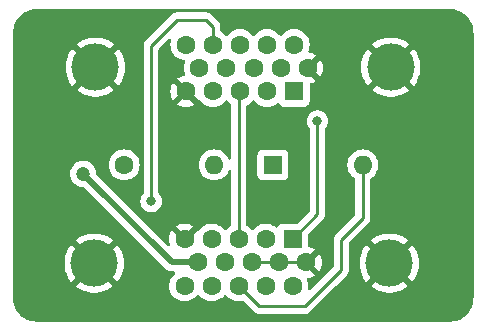
<source format=gtl>
G04 #@! TF.GenerationSoftware,KiCad,Pcbnew,(6.0.2)*
G04 #@! TF.CreationDate,2022-07-31T16:50:56-06:00*
G04 #@! TF.ProjectId,ypbprSync_MiSTer,79706270-7253-4796-9e63-5f4d69535465,rev?*
G04 #@! TF.SameCoordinates,Original*
G04 #@! TF.FileFunction,Copper,L1,Top*
G04 #@! TF.FilePolarity,Positive*
%FSLAX46Y46*%
G04 Gerber Fmt 4.6, Leading zero omitted, Abs format (unit mm)*
G04 Created by KiCad (PCBNEW (6.0.2)) date 2022-07-31 16:50:56*
%MOMM*%
%LPD*%
G01*
G04 APERTURE LIST*
G04 #@! TA.AperFunction,ComponentPad*
%ADD10C,4.000000*%
G04 #@! TD*
G04 #@! TA.AperFunction,ComponentPad*
%ADD11R,1.600000X1.600000*%
G04 #@! TD*
G04 #@! TA.AperFunction,ComponentPad*
%ADD12C,1.600000*%
G04 #@! TD*
G04 #@! TA.AperFunction,ComponentPad*
%ADD13O,1.600000X1.600000*%
G04 #@! TD*
G04 #@! TA.AperFunction,ViaPad*
%ADD14C,0.800000*%
G04 #@! TD*
G04 #@! TA.AperFunction,ViaPad*
%ADD15C,1.200000*%
G04 #@! TD*
G04 #@! TA.AperFunction,Conductor*
%ADD16C,0.250000*%
G04 #@! TD*
G04 #@! TA.AperFunction,Conductor*
%ADD17C,0.500000*%
G04 #@! TD*
G04 APERTURE END LIST*
D10*
X157485000Y-80450000D03*
X132485000Y-80450000D03*
D11*
X149300000Y-82500000D03*
D12*
X147010000Y-82500000D03*
X144720000Y-82500000D03*
X142430000Y-82500000D03*
X140140000Y-82500000D03*
X150445000Y-80520000D03*
X148155000Y-80520000D03*
X145865000Y-80520000D03*
X143575000Y-80520000D03*
X141285000Y-80520000D03*
X149300000Y-78540000D03*
X147010000Y-78540000D03*
X144720000Y-78540000D03*
X142430000Y-78540000D03*
X140140000Y-78540000D03*
D10*
X157376000Y-97050000D03*
X132376000Y-97050000D03*
D11*
X149191000Y-95000000D03*
D12*
X146901000Y-95000000D03*
X144611000Y-95000000D03*
X142321000Y-95000000D03*
X140031000Y-95000000D03*
X150336000Y-96980000D03*
X148046000Y-96980000D03*
X145756000Y-96980000D03*
X143466000Y-96980000D03*
X141176000Y-96980000D03*
X149191000Y-98960000D03*
X146901000Y-98960000D03*
X144611000Y-98960000D03*
X142321000Y-98960000D03*
X140031000Y-98960000D03*
X134918248Y-88720574D03*
D13*
X142538248Y-88720574D03*
D11*
X147509652Y-88728248D03*
D13*
X155129652Y-88728248D03*
D14*
X137202323Y-91808254D03*
D15*
X131443228Y-89488229D03*
D14*
X151271751Y-85018770D03*
D16*
X151273738Y-92917262D02*
X149191000Y-95000000D01*
X151271751Y-85018770D02*
X151273738Y-85020757D01*
X151273738Y-85020757D02*
X151273738Y-92917262D01*
X157415000Y-80520000D02*
X157485000Y-80450000D01*
X155129652Y-88857900D02*
X155000000Y-88728248D01*
X153296086Y-95043503D02*
X155129652Y-93209937D01*
X153296086Y-97613727D02*
X153296086Y-95043503D01*
X146358092Y-100707092D02*
X150202721Y-100707092D01*
X150202721Y-100707092D02*
X153296086Y-97613727D01*
X144611000Y-98960000D02*
X146358092Y-100707092D01*
X155129652Y-93209937D02*
X155129652Y-88857900D01*
X142430000Y-77014622D02*
X142430000Y-78540000D01*
X141861143Y-76445765D02*
X142430000Y-77014622D01*
X139404647Y-76445765D02*
X141861143Y-76445765D01*
X137186976Y-78663436D02*
X139404647Y-76445765D01*
X137186976Y-91792907D02*
X137186976Y-78663436D01*
X137202323Y-91808254D02*
X137186976Y-91792907D01*
X145756000Y-96980000D02*
X148046000Y-96980000D01*
X150336000Y-96980000D02*
X148046000Y-96980000D01*
D17*
X138934999Y-96980000D02*
X131443228Y-89488229D01*
X141176000Y-96980000D02*
X138934999Y-96980000D01*
D16*
X144611000Y-82609000D02*
X144720000Y-82500000D01*
X144611000Y-95000000D02*
X144611000Y-82609000D01*
X150406000Y-97050000D02*
X150336000Y-96980000D01*
G04 #@! TA.AperFunction,Conductor*
G36*
X162470057Y-75509500D02*
G01*
X162484858Y-75511805D01*
X162484861Y-75511805D01*
X162493730Y-75513186D01*
X162509999Y-75511059D01*
X162534567Y-75510266D01*
X162751766Y-75524502D01*
X162768106Y-75526653D01*
X162887788Y-75550459D01*
X163007473Y-75574266D01*
X163023383Y-75578529D01*
X163254484Y-75656977D01*
X163269710Y-75663284D01*
X163488592Y-75771224D01*
X163502866Y-75779465D01*
X163705783Y-75915050D01*
X163718858Y-75925083D01*
X163902347Y-76085998D01*
X163914002Y-76097653D01*
X164074917Y-76281142D01*
X164084950Y-76294217D01*
X164220535Y-76497134D01*
X164228776Y-76511408D01*
X164336716Y-76730290D01*
X164343022Y-76745514D01*
X164421471Y-76976617D01*
X164425734Y-76992527D01*
X164445171Y-77090240D01*
X164473347Y-77231894D01*
X164475498Y-77248234D01*
X164489264Y-77458268D01*
X164488239Y-77481304D01*
X164488196Y-77484854D01*
X164486814Y-77493730D01*
X164488638Y-77507678D01*
X164490936Y-77525251D01*
X164492000Y-77541589D01*
X164492000Y-99950672D01*
X164490500Y-99970056D01*
X164486814Y-99993730D01*
X164488941Y-100009999D01*
X164489734Y-100034567D01*
X164475498Y-100251766D01*
X164473347Y-100268106D01*
X164425735Y-100507470D01*
X164421471Y-100523383D01*
X164386550Y-100626257D01*
X164343023Y-100754484D01*
X164336716Y-100769710D01*
X164228776Y-100988592D01*
X164220535Y-101002866D01*
X164084950Y-101205783D01*
X164074917Y-101218858D01*
X163914002Y-101402347D01*
X163902347Y-101414002D01*
X163718858Y-101574917D01*
X163705783Y-101584950D01*
X163502866Y-101720535D01*
X163488592Y-101728776D01*
X163269710Y-101836716D01*
X163254486Y-101843022D01*
X163023383Y-101921471D01*
X163007473Y-101925734D01*
X162887788Y-101949541D01*
X162768106Y-101973347D01*
X162751766Y-101975498D01*
X162541732Y-101989264D01*
X162518696Y-101988239D01*
X162515146Y-101988196D01*
X162506270Y-101986814D01*
X162477762Y-101990542D01*
X162474749Y-101990936D01*
X162458411Y-101992000D01*
X127549328Y-101992000D01*
X127529943Y-101990500D01*
X127515142Y-101988195D01*
X127515139Y-101988195D01*
X127506270Y-101986814D01*
X127490001Y-101988941D01*
X127465433Y-101989734D01*
X127248234Y-101975498D01*
X127231894Y-101973347D01*
X127112212Y-101949541D01*
X126992527Y-101925734D01*
X126976617Y-101921471D01*
X126745514Y-101843022D01*
X126730290Y-101836716D01*
X126511408Y-101728776D01*
X126497134Y-101720535D01*
X126294217Y-101584950D01*
X126281142Y-101574917D01*
X126097653Y-101414002D01*
X126085998Y-101402347D01*
X125925083Y-101218858D01*
X125915050Y-101205783D01*
X125779465Y-101002866D01*
X125771224Y-100988592D01*
X125663284Y-100769710D01*
X125656977Y-100754484D01*
X125613450Y-100626257D01*
X125578529Y-100523383D01*
X125574265Y-100507470D01*
X125526653Y-100268106D01*
X125524502Y-100251766D01*
X125510974Y-100045376D01*
X125512147Y-100022218D01*
X125511829Y-100022189D01*
X125512264Y-100017333D01*
X125513071Y-100012539D01*
X125513224Y-100000000D01*
X125509273Y-99972412D01*
X125508000Y-99954549D01*
X125508000Y-98995987D01*
X130794721Y-98995987D01*
X130803548Y-99007605D01*
X131026281Y-99169430D01*
X131032961Y-99173670D01*
X131302572Y-99321890D01*
X131309707Y-99325247D01*
X131595770Y-99438508D01*
X131603296Y-99440953D01*
X131901279Y-99517462D01*
X131909050Y-99518945D01*
X132214278Y-99557503D01*
X132222169Y-99558000D01*
X132529831Y-99558000D01*
X132537722Y-99557503D01*
X132842950Y-99518945D01*
X132850721Y-99517462D01*
X133148704Y-99440953D01*
X133156230Y-99438508D01*
X133442293Y-99325247D01*
X133449428Y-99321890D01*
X133719039Y-99173670D01*
X133725719Y-99169430D01*
X133948823Y-99007336D01*
X133957246Y-98996413D01*
X133950342Y-98983552D01*
X132388812Y-97422022D01*
X132374868Y-97414408D01*
X132373035Y-97414539D01*
X132366420Y-97418790D01*
X130801334Y-98983876D01*
X130794721Y-98995987D01*
X125508000Y-98995987D01*
X125508000Y-97053958D01*
X129863290Y-97053958D01*
X129882607Y-97360994D01*
X129883600Y-97368855D01*
X129941246Y-97671046D01*
X129943217Y-97678723D01*
X130038284Y-97971309D01*
X130041199Y-97978672D01*
X130172189Y-98257041D01*
X130176001Y-98263974D01*
X130340851Y-98523736D01*
X130345495Y-98530129D01*
X130420497Y-98620790D01*
X130433014Y-98629245D01*
X130443752Y-98623038D01*
X132003978Y-97062812D01*
X132010356Y-97051132D01*
X132740408Y-97051132D01*
X132740539Y-97052965D01*
X132744790Y-97059580D01*
X134307145Y-98621935D01*
X134320407Y-98629177D01*
X134330512Y-98621988D01*
X134406505Y-98530129D01*
X134411149Y-98523736D01*
X134575999Y-98263974D01*
X134579811Y-98257041D01*
X134710801Y-97978672D01*
X134713716Y-97971309D01*
X134808783Y-97678723D01*
X134810754Y-97671046D01*
X134868400Y-97368855D01*
X134869393Y-97360994D01*
X134888710Y-97053958D01*
X134888710Y-97046042D01*
X134869393Y-96739006D01*
X134868400Y-96731145D01*
X134810754Y-96428954D01*
X134808783Y-96421277D01*
X134713716Y-96128691D01*
X134710801Y-96121328D01*
X134579811Y-95842959D01*
X134575999Y-95836026D01*
X134411149Y-95576264D01*
X134406505Y-95569871D01*
X134331503Y-95479210D01*
X134318986Y-95470755D01*
X134308248Y-95476962D01*
X132748022Y-97037188D01*
X132740408Y-97051132D01*
X132010356Y-97051132D01*
X132011592Y-97048868D01*
X132011461Y-97047035D01*
X132007210Y-97040420D01*
X130444855Y-95478065D01*
X130431593Y-95470823D01*
X130421488Y-95478012D01*
X130345495Y-95569871D01*
X130340851Y-95576264D01*
X130176001Y-95836026D01*
X130172189Y-95842959D01*
X130041199Y-96121328D01*
X130038284Y-96128691D01*
X129943217Y-96421277D01*
X129941246Y-96428954D01*
X129883600Y-96731145D01*
X129882607Y-96739006D01*
X129863290Y-97046042D01*
X129863290Y-97053958D01*
X125508000Y-97053958D01*
X125508000Y-95103587D01*
X130794754Y-95103587D01*
X130801658Y-95116448D01*
X132363188Y-96677978D01*
X132377132Y-96685592D01*
X132378965Y-96685461D01*
X132385580Y-96681210D01*
X133950666Y-95116124D01*
X133957279Y-95104013D01*
X133948452Y-95092395D01*
X133725719Y-94930570D01*
X133719039Y-94926330D01*
X133449428Y-94778110D01*
X133442293Y-94774753D01*
X133156230Y-94661492D01*
X133148704Y-94659047D01*
X132850721Y-94582538D01*
X132842950Y-94581055D01*
X132537722Y-94542497D01*
X132529831Y-94542000D01*
X132222169Y-94542000D01*
X132214278Y-94542497D01*
X131909050Y-94581055D01*
X131901279Y-94582538D01*
X131603296Y-94659047D01*
X131595770Y-94661492D01*
X131309707Y-94774753D01*
X131302572Y-94778110D01*
X131032961Y-94926330D01*
X131026281Y-94930570D01*
X130803177Y-95092664D01*
X130794754Y-95103587D01*
X125508000Y-95103587D01*
X125508000Y-89459088D01*
X130330360Y-89459088D01*
X130343685Y-89662380D01*
X130393833Y-89859839D01*
X130479126Y-90044853D01*
X130596707Y-90211226D01*
X130742638Y-90353386D01*
X130747434Y-90356591D01*
X130747437Y-90356593D01*
X130885492Y-90448838D01*
X130912031Y-90466571D01*
X130917334Y-90468849D01*
X130917337Y-90468851D01*
X131093908Y-90544712D01*
X131099215Y-90546992D01*
X131172045Y-90563472D01*
X131292283Y-90590679D01*
X131292288Y-90590680D01*
X131297920Y-90591954D01*
X131303691Y-90592181D01*
X131303693Y-90592181D01*
X131432208Y-90597230D01*
X131499491Y-90619891D01*
X131516356Y-90634038D01*
X138351229Y-97468911D01*
X138363615Y-97483323D01*
X138372148Y-97494918D01*
X138372153Y-97494923D01*
X138376491Y-97500818D01*
X138382069Y-97505557D01*
X138382072Y-97505560D01*
X138416767Y-97535035D01*
X138424283Y-97541965D01*
X138429978Y-97547660D01*
X138432860Y-97549940D01*
X138452250Y-97565281D01*
X138455654Y-97568072D01*
X138505702Y-97610591D01*
X138511284Y-97615333D01*
X138517800Y-97618661D01*
X138522849Y-97622028D01*
X138527978Y-97625195D01*
X138533715Y-97629734D01*
X138599874Y-97660655D01*
X138603768Y-97662558D01*
X138668807Y-97695769D01*
X138675915Y-97697508D01*
X138681558Y-97699607D01*
X138687321Y-97701524D01*
X138693949Y-97704622D01*
X138701111Y-97706112D01*
X138701112Y-97706112D01*
X138765411Y-97719486D01*
X138769695Y-97720456D01*
X138840609Y-97737808D01*
X138846211Y-97738156D01*
X138846214Y-97738156D01*
X138851763Y-97738500D01*
X138851761Y-97738536D01*
X138855754Y-97738775D01*
X138859946Y-97739149D01*
X138867114Y-97740640D01*
X138944519Y-97738546D01*
X138947927Y-97738500D01*
X139097852Y-97738500D01*
X139165973Y-97758502D01*
X139212466Y-97812158D01*
X139222570Y-97882432D01*
X139193076Y-97947012D01*
X139186439Y-97953541D01*
X139186700Y-97953802D01*
X139024802Y-98115700D01*
X138893477Y-98303251D01*
X138891154Y-98308233D01*
X138891151Y-98308238D01*
X138821730Y-98457114D01*
X138796716Y-98510757D01*
X138795294Y-98516065D01*
X138795293Y-98516067D01*
X138766630Y-98623038D01*
X138737457Y-98731913D01*
X138717502Y-98960000D01*
X138737457Y-99188087D01*
X138738881Y-99193400D01*
X138738881Y-99193402D01*
X138782396Y-99355799D01*
X138796716Y-99409243D01*
X138799039Y-99414224D01*
X138799039Y-99414225D01*
X138891151Y-99611762D01*
X138891154Y-99611767D01*
X138893477Y-99616749D01*
X139024802Y-99804300D01*
X139186700Y-99966198D01*
X139191208Y-99969355D01*
X139191211Y-99969357D01*
X139234880Y-99999934D01*
X139374251Y-100097523D01*
X139379233Y-100099846D01*
X139379238Y-100099849D01*
X139576775Y-100191961D01*
X139581757Y-100194284D01*
X139587065Y-100195706D01*
X139587067Y-100195707D01*
X139797598Y-100252119D01*
X139797600Y-100252119D01*
X139802913Y-100253543D01*
X140031000Y-100273498D01*
X140259087Y-100253543D01*
X140264400Y-100252119D01*
X140264402Y-100252119D01*
X140474933Y-100195707D01*
X140474935Y-100195706D01*
X140480243Y-100194284D01*
X140485225Y-100191961D01*
X140682762Y-100099849D01*
X140682767Y-100099846D01*
X140687749Y-100097523D01*
X140827120Y-99999934D01*
X140870789Y-99969357D01*
X140870792Y-99969355D01*
X140875300Y-99966198D01*
X141037198Y-99804300D01*
X141072787Y-99753474D01*
X141128244Y-99709146D01*
X141198864Y-99701837D01*
X141262224Y-99733868D01*
X141279213Y-99753474D01*
X141314802Y-99804300D01*
X141476700Y-99966198D01*
X141481208Y-99969355D01*
X141481211Y-99969357D01*
X141524880Y-99999934D01*
X141664251Y-100097523D01*
X141669233Y-100099846D01*
X141669238Y-100099849D01*
X141866775Y-100191961D01*
X141871757Y-100194284D01*
X141877065Y-100195706D01*
X141877067Y-100195707D01*
X142087598Y-100252119D01*
X142087600Y-100252119D01*
X142092913Y-100253543D01*
X142321000Y-100273498D01*
X142549087Y-100253543D01*
X142554400Y-100252119D01*
X142554402Y-100252119D01*
X142764933Y-100195707D01*
X142764935Y-100195706D01*
X142770243Y-100194284D01*
X142775225Y-100191961D01*
X142972762Y-100099849D01*
X142972767Y-100099846D01*
X142977749Y-100097523D01*
X143117120Y-99999934D01*
X143160789Y-99969357D01*
X143160792Y-99969355D01*
X143165300Y-99966198D01*
X143327198Y-99804300D01*
X143362787Y-99753474D01*
X143418244Y-99709146D01*
X143488864Y-99701837D01*
X143552224Y-99733868D01*
X143569213Y-99753474D01*
X143604802Y-99804300D01*
X143766700Y-99966198D01*
X143771208Y-99969355D01*
X143771211Y-99969357D01*
X143814880Y-99999934D01*
X143954251Y-100097523D01*
X143959233Y-100099846D01*
X143959238Y-100099849D01*
X144156775Y-100191961D01*
X144161757Y-100194284D01*
X144167065Y-100195706D01*
X144167067Y-100195707D01*
X144377598Y-100252119D01*
X144377600Y-100252119D01*
X144382913Y-100253543D01*
X144611000Y-100273498D01*
X144839087Y-100253543D01*
X144844398Y-100252120D01*
X144844409Y-100252118D01*
X144902541Y-100236541D01*
X144973517Y-100238230D01*
X145024248Y-100269152D01*
X145854435Y-101099339D01*
X145861979Y-101107629D01*
X145866092Y-101114110D01*
X145871869Y-101119535D01*
X145915759Y-101160750D01*
X145918601Y-101163505D01*
X145938322Y-101183226D01*
X145941517Y-101185704D01*
X145950539Y-101193410D01*
X145982771Y-101223678D01*
X145989720Y-101227498D01*
X146000524Y-101233438D01*
X146017048Y-101244291D01*
X146033051Y-101256705D01*
X146073635Y-101274268D01*
X146084265Y-101279475D01*
X146123032Y-101300787D01*
X146130709Y-101302758D01*
X146130714Y-101302760D01*
X146142650Y-101305824D01*
X146161358Y-101312229D01*
X146179947Y-101320273D01*
X146187775Y-101321513D01*
X146187782Y-101321515D01*
X146223616Y-101327191D01*
X146235236Y-101329597D01*
X146267051Y-101337765D01*
X146278062Y-101340592D01*
X146298316Y-101340592D01*
X146318026Y-101342143D01*
X146338035Y-101345312D01*
X146345927Y-101344566D01*
X146364672Y-101342794D01*
X146382054Y-101341151D01*
X146393911Y-101340592D01*
X150123954Y-101340592D01*
X150135137Y-101341119D01*
X150142630Y-101342794D01*
X150150556Y-101342545D01*
X150150557Y-101342545D01*
X150210707Y-101340654D01*
X150214666Y-101340592D01*
X150242577Y-101340592D01*
X150246512Y-101340095D01*
X150246577Y-101340087D01*
X150258414Y-101339154D01*
X150290672Y-101338140D01*
X150294691Y-101338014D01*
X150302610Y-101337765D01*
X150322064Y-101332113D01*
X150341421Y-101328105D01*
X150353651Y-101326560D01*
X150353652Y-101326560D01*
X150361518Y-101325566D01*
X150368889Y-101322647D01*
X150368891Y-101322647D01*
X150402633Y-101309288D01*
X150413863Y-101305443D01*
X150448704Y-101295321D01*
X150448705Y-101295321D01*
X150456314Y-101293110D01*
X150463133Y-101289077D01*
X150463138Y-101289075D01*
X150473749Y-101282799D01*
X150491497Y-101274104D01*
X150510338Y-101266644D01*
X150530708Y-101251845D01*
X150546108Y-101240656D01*
X150556028Y-101234140D01*
X150587256Y-101215672D01*
X150587259Y-101215670D01*
X150594083Y-101211634D01*
X150608404Y-101197313D01*
X150623438Y-101184472D01*
X150625153Y-101183226D01*
X150639828Y-101172564D01*
X150668019Y-101138487D01*
X150676009Y-101129708D01*
X152809731Y-98995987D01*
X155794721Y-98995987D01*
X155803548Y-99007605D01*
X156026281Y-99169430D01*
X156032961Y-99173670D01*
X156302572Y-99321890D01*
X156309707Y-99325247D01*
X156595770Y-99438508D01*
X156603296Y-99440953D01*
X156901279Y-99517462D01*
X156909050Y-99518945D01*
X157214278Y-99557503D01*
X157222169Y-99558000D01*
X157529831Y-99558000D01*
X157537722Y-99557503D01*
X157842950Y-99518945D01*
X157850721Y-99517462D01*
X158148704Y-99440953D01*
X158156230Y-99438508D01*
X158442293Y-99325247D01*
X158449428Y-99321890D01*
X158719039Y-99173670D01*
X158725719Y-99169430D01*
X158948823Y-99007336D01*
X158957246Y-98996413D01*
X158950342Y-98983552D01*
X157388812Y-97422022D01*
X157374868Y-97414408D01*
X157373035Y-97414539D01*
X157366420Y-97418790D01*
X155801334Y-98983876D01*
X155794721Y-98995987D01*
X152809731Y-98995987D01*
X153688339Y-98117379D01*
X153696625Y-98109839D01*
X153703104Y-98105727D01*
X153749730Y-98056075D01*
X153752484Y-98053234D01*
X153772221Y-98033497D01*
X153774701Y-98030300D01*
X153782406Y-98021278D01*
X153807245Y-97994827D01*
X153812672Y-97989048D01*
X153816491Y-97982102D01*
X153816493Y-97982099D01*
X153822434Y-97971293D01*
X153833285Y-97954774D01*
X153834241Y-97953541D01*
X153845700Y-97938768D01*
X153848845Y-97931499D01*
X153848848Y-97931495D01*
X153863260Y-97898190D01*
X153868477Y-97887540D01*
X153889781Y-97848787D01*
X153894819Y-97829164D01*
X153901223Y-97810461D01*
X153906119Y-97799147D01*
X153906119Y-97799146D01*
X153909267Y-97791872D01*
X153910506Y-97784049D01*
X153910509Y-97784039D01*
X153916185Y-97748203D01*
X153918591Y-97736583D01*
X153927614Y-97701438D01*
X153927614Y-97701437D01*
X153929586Y-97693757D01*
X153929586Y-97673503D01*
X153931137Y-97653792D01*
X153933066Y-97641613D01*
X153934306Y-97633784D01*
X153930145Y-97589765D01*
X153929586Y-97577908D01*
X153929586Y-97053958D01*
X154863290Y-97053958D01*
X154882607Y-97360994D01*
X154883600Y-97368855D01*
X154941246Y-97671046D01*
X154943217Y-97678723D01*
X155038284Y-97971309D01*
X155041199Y-97978672D01*
X155172189Y-98257041D01*
X155176001Y-98263974D01*
X155340851Y-98523736D01*
X155345495Y-98530129D01*
X155420497Y-98620790D01*
X155433014Y-98629245D01*
X155443752Y-98623038D01*
X157003978Y-97062812D01*
X157010356Y-97051132D01*
X157740408Y-97051132D01*
X157740539Y-97052965D01*
X157744790Y-97059580D01*
X159307145Y-98621935D01*
X159320407Y-98629177D01*
X159330512Y-98621988D01*
X159406505Y-98530129D01*
X159411149Y-98523736D01*
X159575999Y-98263974D01*
X159579811Y-98257041D01*
X159710801Y-97978672D01*
X159713716Y-97971309D01*
X159808783Y-97678723D01*
X159810754Y-97671046D01*
X159868400Y-97368855D01*
X159869393Y-97360994D01*
X159888710Y-97053958D01*
X159888710Y-97046042D01*
X159869393Y-96739006D01*
X159868400Y-96731145D01*
X159810754Y-96428954D01*
X159808783Y-96421277D01*
X159713716Y-96128691D01*
X159710801Y-96121328D01*
X159579811Y-95842959D01*
X159575999Y-95836026D01*
X159411149Y-95576264D01*
X159406505Y-95569871D01*
X159331503Y-95479210D01*
X159318986Y-95470755D01*
X159308248Y-95476962D01*
X157748022Y-97037188D01*
X157740408Y-97051132D01*
X157010356Y-97051132D01*
X157011592Y-97048868D01*
X157011461Y-97047035D01*
X157007210Y-97040420D01*
X155444855Y-95478065D01*
X155431593Y-95470823D01*
X155421488Y-95478012D01*
X155345495Y-95569871D01*
X155340851Y-95576264D01*
X155176001Y-95836026D01*
X155172189Y-95842959D01*
X155041199Y-96121328D01*
X155038284Y-96128691D01*
X154943217Y-96421277D01*
X154941246Y-96428954D01*
X154883600Y-96731145D01*
X154882607Y-96739006D01*
X154863290Y-97046042D01*
X154863290Y-97053958D01*
X153929586Y-97053958D01*
X153929586Y-95358097D01*
X153949588Y-95289976D01*
X153966491Y-95269002D01*
X154131906Y-95103587D01*
X155794754Y-95103587D01*
X155801658Y-95116448D01*
X157363188Y-96677978D01*
X157377132Y-96685592D01*
X157378965Y-96685461D01*
X157385580Y-96681210D01*
X158950666Y-95116124D01*
X158957279Y-95104013D01*
X158948452Y-95092395D01*
X158725719Y-94930570D01*
X158719039Y-94926330D01*
X158449428Y-94778110D01*
X158442293Y-94774753D01*
X158156230Y-94661492D01*
X158148704Y-94659047D01*
X157850721Y-94582538D01*
X157842950Y-94581055D01*
X157537722Y-94542497D01*
X157529831Y-94542000D01*
X157222169Y-94542000D01*
X157214278Y-94542497D01*
X156909050Y-94581055D01*
X156901279Y-94582538D01*
X156603296Y-94659047D01*
X156595770Y-94661492D01*
X156309707Y-94774753D01*
X156302572Y-94778110D01*
X156032961Y-94926330D01*
X156026281Y-94930570D01*
X155803177Y-95092664D01*
X155794754Y-95103587D01*
X154131906Y-95103587D01*
X155521905Y-93713589D01*
X155530191Y-93706049D01*
X155536670Y-93701937D01*
X155549175Y-93688621D01*
X155583295Y-93652286D01*
X155586050Y-93649444D01*
X155605787Y-93629707D01*
X155608267Y-93626510D01*
X155615972Y-93617488D01*
X155640811Y-93591037D01*
X155646238Y-93585258D01*
X155650057Y-93578312D01*
X155650059Y-93578309D01*
X155656000Y-93567503D01*
X155666851Y-93550984D01*
X155674410Y-93541238D01*
X155679266Y-93534978D01*
X155682411Y-93527709D01*
X155682414Y-93527705D01*
X155696826Y-93494400D01*
X155702043Y-93483750D01*
X155723347Y-93444997D01*
X155728385Y-93425374D01*
X155734789Y-93406671D01*
X155739685Y-93395357D01*
X155739685Y-93395356D01*
X155742833Y-93388082D01*
X155744072Y-93380259D01*
X155744075Y-93380249D01*
X155749751Y-93344413D01*
X155752157Y-93332793D01*
X155761180Y-93297648D01*
X155761180Y-93297647D01*
X155763152Y-93289967D01*
X155763152Y-93269713D01*
X155764703Y-93250002D01*
X155766632Y-93237823D01*
X155767872Y-93229994D01*
X155763711Y-93185975D01*
X155763152Y-93174118D01*
X155763152Y-89947642D01*
X155783154Y-89879521D01*
X155816881Y-89844429D01*
X155969441Y-89737605D01*
X155969444Y-89737603D01*
X155973952Y-89734446D01*
X156135850Y-89572548D01*
X156141059Y-89565110D01*
X156264018Y-89389505D01*
X156267175Y-89384997D01*
X156269498Y-89380015D01*
X156269501Y-89380010D01*
X156361613Y-89182473D01*
X156361613Y-89182472D01*
X156363936Y-89177491D01*
X156394827Y-89062207D01*
X156421771Y-88961650D01*
X156421771Y-88961648D01*
X156423195Y-88956335D01*
X156443150Y-88728248D01*
X156423195Y-88500161D01*
X156399817Y-88412913D01*
X156365359Y-88284315D01*
X156365358Y-88284313D01*
X156363936Y-88279005D01*
X156360358Y-88271331D01*
X156269501Y-88076486D01*
X156269498Y-88076481D01*
X156267175Y-88071499D01*
X156135850Y-87883948D01*
X155973952Y-87722050D01*
X155969444Y-87718893D01*
X155969441Y-87718891D01*
X155891263Y-87664150D01*
X155786401Y-87590725D01*
X155781419Y-87588402D01*
X155781414Y-87588399D01*
X155583877Y-87496287D01*
X155583876Y-87496287D01*
X155578895Y-87493964D01*
X155573587Y-87492542D01*
X155573585Y-87492541D01*
X155363054Y-87436129D01*
X155363052Y-87436129D01*
X155357739Y-87434705D01*
X155129652Y-87414750D01*
X154901565Y-87434705D01*
X154896252Y-87436129D01*
X154896250Y-87436129D01*
X154685719Y-87492541D01*
X154685717Y-87492542D01*
X154680409Y-87493964D01*
X154675428Y-87496287D01*
X154675427Y-87496287D01*
X154477890Y-87588399D01*
X154477885Y-87588402D01*
X154472903Y-87590725D01*
X154368041Y-87664150D01*
X154289863Y-87718891D01*
X154289860Y-87718893D01*
X154285352Y-87722050D01*
X154123454Y-87883948D01*
X153992129Y-88071499D01*
X153989806Y-88076481D01*
X153989803Y-88076486D01*
X153898946Y-88271331D01*
X153895368Y-88279005D01*
X153893946Y-88284313D01*
X153893945Y-88284315D01*
X153859487Y-88412913D01*
X153836109Y-88500161D01*
X153816154Y-88728248D01*
X153836109Y-88956335D01*
X153837533Y-88961648D01*
X153837533Y-88961650D01*
X153864478Y-89062207D01*
X153895368Y-89177491D01*
X153897691Y-89182472D01*
X153897691Y-89182473D01*
X153989803Y-89380010D01*
X153989806Y-89380015D01*
X153992129Y-89384997D01*
X153995286Y-89389505D01*
X154118246Y-89565110D01*
X154123454Y-89572548D01*
X154285352Y-89734446D01*
X154289860Y-89737603D01*
X154289863Y-89737605D01*
X154442423Y-89844429D01*
X154486751Y-89899886D01*
X154496152Y-89947642D01*
X154496152Y-92895343D01*
X154476150Y-92963464D01*
X154459247Y-92984438D01*
X153679391Y-93764293D01*
X152903833Y-94539851D01*
X152895547Y-94547391D01*
X152889068Y-94551503D01*
X152883643Y-94557280D01*
X152842443Y-94601154D01*
X152839688Y-94603996D01*
X152819951Y-94623733D01*
X152817471Y-94626930D01*
X152809768Y-94635950D01*
X152779500Y-94668182D01*
X152775681Y-94675128D01*
X152775679Y-94675131D01*
X152769738Y-94685937D01*
X152758887Y-94702456D01*
X152746472Y-94718462D01*
X152743327Y-94725731D01*
X152743324Y-94725735D01*
X152728912Y-94759040D01*
X152723695Y-94769690D01*
X152702391Y-94808443D01*
X152700420Y-94816118D01*
X152700420Y-94816119D01*
X152697353Y-94828065D01*
X152690949Y-94846769D01*
X152682905Y-94865358D01*
X152681666Y-94873181D01*
X152681663Y-94873191D01*
X152675987Y-94909027D01*
X152673581Y-94920647D01*
X152664558Y-94955792D01*
X152662586Y-94963473D01*
X152662586Y-94983727D01*
X152661035Y-95003437D01*
X152657866Y-95023446D01*
X152658612Y-95031338D01*
X152662027Y-95067464D01*
X152662586Y-95079322D01*
X152662586Y-97299133D01*
X152642584Y-97367254D01*
X152625681Y-97388228D01*
X150692135Y-99321773D01*
X150629823Y-99355799D01*
X150559007Y-99350734D01*
X150502172Y-99308187D01*
X150477361Y-99241667D01*
X150481333Y-99200067D01*
X150483119Y-99193402D01*
X150483119Y-99193400D01*
X150484543Y-99188087D01*
X150504498Y-98960000D01*
X150484543Y-98731913D01*
X150455370Y-98623038D01*
X150426707Y-98516067D01*
X150426706Y-98516065D01*
X150425284Y-98510757D01*
X150400270Y-98457114D01*
X150389609Y-98386922D01*
X150418589Y-98322109D01*
X150478009Y-98283253D01*
X150503484Y-98278343D01*
X150558520Y-98273528D01*
X150569312Y-98271625D01*
X150779761Y-98215236D01*
X150790053Y-98211490D01*
X150987511Y-98119414D01*
X150997006Y-98113931D01*
X151049048Y-98077491D01*
X151057424Y-98067012D01*
X151050356Y-98053566D01*
X150065885Y-97069095D01*
X150031859Y-97006783D01*
X150033694Y-96981132D01*
X150700408Y-96981132D01*
X150700539Y-96982965D01*
X150704790Y-96989580D01*
X151410287Y-97695077D01*
X151422062Y-97701507D01*
X151434077Y-97692211D01*
X151469931Y-97641006D01*
X151475414Y-97631511D01*
X151567490Y-97434053D01*
X151571236Y-97423761D01*
X151627625Y-97213312D01*
X151629528Y-97202519D01*
X151648517Y-96985475D01*
X151648517Y-96974525D01*
X151629528Y-96757481D01*
X151627625Y-96746688D01*
X151571236Y-96536239D01*
X151567490Y-96525947D01*
X151475414Y-96328489D01*
X151469931Y-96318994D01*
X151433491Y-96266952D01*
X151423012Y-96258576D01*
X151409566Y-96265644D01*
X150708022Y-96967188D01*
X150700408Y-96981132D01*
X150033694Y-96981132D01*
X150036924Y-96935968D01*
X150065885Y-96890905D01*
X151051077Y-95905713D01*
X151057507Y-95893938D01*
X151048211Y-95881923D01*
X150997006Y-95846069D01*
X150987511Y-95840586D01*
X150790053Y-95748510D01*
X150779761Y-95744764D01*
X150592889Y-95694692D01*
X150532266Y-95657740D01*
X150501245Y-95593880D01*
X150499500Y-95572985D01*
X150499500Y-94639594D01*
X150519502Y-94571473D01*
X150536405Y-94550499D01*
X151665985Y-93420919D01*
X151674275Y-93413375D01*
X151680756Y-93409262D01*
X151727397Y-93359594D01*
X151730151Y-93356753D01*
X151749872Y-93337032D01*
X151752350Y-93333837D01*
X151760056Y-93324815D01*
X151784896Y-93298363D01*
X151790324Y-93292583D01*
X151800084Y-93274830D01*
X151810937Y-93258307D01*
X151818491Y-93248568D01*
X151823351Y-93242303D01*
X151840914Y-93201719D01*
X151846121Y-93191089D01*
X151867433Y-93152322D01*
X151869404Y-93144645D01*
X151869406Y-93144640D01*
X151872470Y-93132704D01*
X151878876Y-93113992D01*
X151883771Y-93102681D01*
X151886919Y-93095407D01*
X151888159Y-93087579D01*
X151888161Y-93087572D01*
X151893837Y-93051738D01*
X151896243Y-93040118D01*
X151905266Y-93004973D01*
X151905266Y-93004972D01*
X151907238Y-92997292D01*
X151907238Y-92977038D01*
X151908789Y-92957327D01*
X151910718Y-92945148D01*
X151911958Y-92937319D01*
X151907797Y-92893300D01*
X151907238Y-92881443D01*
X151907238Y-85719088D01*
X151927240Y-85650967D01*
X151939602Y-85634777D01*
X152006372Y-85560622D01*
X152006373Y-85560621D01*
X152010791Y-85555714D01*
X152106278Y-85390326D01*
X152165293Y-85208698D01*
X152185255Y-85018770D01*
X152165293Y-84828842D01*
X152106278Y-84647214D01*
X152010791Y-84481826D01*
X151883004Y-84339904D01*
X151728503Y-84227652D01*
X151722475Y-84224968D01*
X151722473Y-84224967D01*
X151560070Y-84152661D01*
X151560069Y-84152661D01*
X151554039Y-84149976D01*
X151460638Y-84130123D01*
X151373695Y-84111642D01*
X151373690Y-84111642D01*
X151367238Y-84110270D01*
X151176264Y-84110270D01*
X151169812Y-84111642D01*
X151169807Y-84111642D01*
X151082864Y-84130123D01*
X150989463Y-84149976D01*
X150983433Y-84152661D01*
X150983432Y-84152661D01*
X150821029Y-84224967D01*
X150821027Y-84224968D01*
X150814999Y-84227652D01*
X150660498Y-84339904D01*
X150532711Y-84481826D01*
X150437224Y-84647214D01*
X150378209Y-84828842D01*
X150358247Y-85018770D01*
X150378209Y-85208698D01*
X150437224Y-85390326D01*
X150532711Y-85555714D01*
X150537129Y-85560621D01*
X150537130Y-85560622D01*
X150607874Y-85639191D01*
X150638592Y-85703198D01*
X150640238Y-85723501D01*
X150640238Y-92602667D01*
X150620236Y-92670788D01*
X150603333Y-92691762D01*
X149640500Y-93654595D01*
X149578188Y-93688621D01*
X149551405Y-93691500D01*
X148342866Y-93691500D01*
X148280684Y-93698255D01*
X148144295Y-93749385D01*
X148027739Y-93836739D01*
X147940385Y-93953295D01*
X147937779Y-93960245D01*
X147888074Y-94009839D01*
X147818683Y-94024853D01*
X147747460Y-93995962D01*
X147745300Y-93993802D01*
X147740789Y-93990643D01*
X147648059Y-93925713D01*
X147557749Y-93862477D01*
X147552767Y-93860154D01*
X147552762Y-93860151D01*
X147355225Y-93768039D01*
X147355224Y-93768039D01*
X147350243Y-93765716D01*
X147344935Y-93764294D01*
X147344933Y-93764293D01*
X147134402Y-93707881D01*
X147134400Y-93707881D01*
X147129087Y-93706457D01*
X146901000Y-93686502D01*
X146672913Y-93706457D01*
X146667600Y-93707881D01*
X146667598Y-93707881D01*
X146457067Y-93764293D01*
X146457065Y-93764294D01*
X146451757Y-93765716D01*
X146446776Y-93768039D01*
X146446775Y-93768039D01*
X146249238Y-93860151D01*
X146249233Y-93860154D01*
X146244251Y-93862477D01*
X146187080Y-93902509D01*
X146061211Y-93990643D01*
X146061208Y-93990645D01*
X146056700Y-93993802D01*
X145894802Y-94155700D01*
X145891645Y-94160208D01*
X145891643Y-94160211D01*
X145859213Y-94206526D01*
X145803756Y-94250854D01*
X145733136Y-94258163D01*
X145669776Y-94226132D01*
X145652787Y-94206526D01*
X145620357Y-94160211D01*
X145620355Y-94160208D01*
X145617198Y-94155700D01*
X145455300Y-93993802D01*
X145450792Y-93990645D01*
X145450789Y-93990643D01*
X145298229Y-93883819D01*
X145253901Y-93828362D01*
X145244500Y-93780606D01*
X145244500Y-89576382D01*
X146201152Y-89576382D01*
X146207907Y-89638564D01*
X146259037Y-89774953D01*
X146346391Y-89891509D01*
X146462947Y-89978863D01*
X146599336Y-90029993D01*
X146661518Y-90036748D01*
X148357786Y-90036748D01*
X148419968Y-90029993D01*
X148556357Y-89978863D01*
X148672913Y-89891509D01*
X148760267Y-89774953D01*
X148811397Y-89638564D01*
X148818152Y-89576382D01*
X148818152Y-87880114D01*
X148811397Y-87817932D01*
X148760267Y-87681543D01*
X148672913Y-87564987D01*
X148556357Y-87477633D01*
X148419968Y-87426503D01*
X148357786Y-87419748D01*
X146661518Y-87419748D01*
X146599336Y-87426503D01*
X146462947Y-87477633D01*
X146346391Y-87564987D01*
X146259037Y-87681543D01*
X146207907Y-87817932D01*
X146201152Y-87880114D01*
X146201152Y-89576382D01*
X145244500Y-89576382D01*
X145244500Y-83779462D01*
X145264502Y-83711341D01*
X145317251Y-83665267D01*
X145371765Y-83639847D01*
X145376749Y-83637523D01*
X145456124Y-83581944D01*
X145559789Y-83509357D01*
X145559792Y-83509355D01*
X145564300Y-83506198D01*
X145726198Y-83344300D01*
X145761787Y-83293474D01*
X145817244Y-83249146D01*
X145887864Y-83241837D01*
X145951224Y-83273868D01*
X145968213Y-83293474D01*
X146003802Y-83344300D01*
X146165700Y-83506198D01*
X146170208Y-83509355D01*
X146170211Y-83509357D01*
X146223550Y-83546705D01*
X146353251Y-83637523D01*
X146358233Y-83639846D01*
X146358238Y-83639849D01*
X146485499Y-83699191D01*
X146560757Y-83734284D01*
X146566065Y-83735706D01*
X146566067Y-83735707D01*
X146776598Y-83792119D01*
X146776600Y-83792119D01*
X146781913Y-83793543D01*
X147010000Y-83813498D01*
X147238087Y-83793543D01*
X147243400Y-83792119D01*
X147243402Y-83792119D01*
X147453933Y-83735707D01*
X147453935Y-83735706D01*
X147459243Y-83734284D01*
X147534501Y-83699191D01*
X147661762Y-83639849D01*
X147661767Y-83639846D01*
X147666749Y-83637523D01*
X147796450Y-83546705D01*
X147849796Y-83509352D01*
X147849798Y-83509350D01*
X147854300Y-83506198D01*
X147856496Y-83504002D01*
X147920856Y-83475831D01*
X147990961Y-83487044D01*
X148046796Y-83539800D01*
X148049385Y-83546705D01*
X148054769Y-83553888D01*
X148054769Y-83553889D01*
X148069516Y-83573566D01*
X148136739Y-83663261D01*
X148253295Y-83750615D01*
X148389684Y-83801745D01*
X148451866Y-83808500D01*
X150148134Y-83808500D01*
X150210316Y-83801745D01*
X150346705Y-83750615D01*
X150463261Y-83663261D01*
X150550615Y-83546705D01*
X150601745Y-83410316D01*
X150608500Y-83348134D01*
X150608500Y-82395987D01*
X155903721Y-82395987D01*
X155912548Y-82407605D01*
X156135281Y-82569430D01*
X156141961Y-82573670D01*
X156411572Y-82721890D01*
X156418707Y-82725247D01*
X156704770Y-82838508D01*
X156712296Y-82840953D01*
X157010279Y-82917462D01*
X157018050Y-82918945D01*
X157323278Y-82957503D01*
X157331169Y-82958000D01*
X157638831Y-82958000D01*
X157646722Y-82957503D01*
X157951950Y-82918945D01*
X157959721Y-82917462D01*
X158257704Y-82840953D01*
X158265230Y-82838508D01*
X158551293Y-82725247D01*
X158558428Y-82721890D01*
X158828039Y-82573670D01*
X158834719Y-82569430D01*
X159057823Y-82407336D01*
X159066246Y-82396413D01*
X159059342Y-82383552D01*
X157497812Y-80822022D01*
X157483868Y-80814408D01*
X157482035Y-80814539D01*
X157475420Y-80818790D01*
X155910334Y-82383876D01*
X155903721Y-82395987D01*
X150608500Y-82395987D01*
X150608500Y-81927015D01*
X150628502Y-81858894D01*
X150682158Y-81812401D01*
X150701889Y-81805308D01*
X150888761Y-81755236D01*
X150899053Y-81751490D01*
X151096511Y-81659414D01*
X151106006Y-81653931D01*
X151158048Y-81617491D01*
X151166424Y-81607012D01*
X151159356Y-81593566D01*
X150174885Y-80609095D01*
X150140859Y-80546783D01*
X150142694Y-80521132D01*
X150809408Y-80521132D01*
X150809539Y-80522965D01*
X150813790Y-80529580D01*
X151519287Y-81235077D01*
X151531062Y-81241507D01*
X151543077Y-81232211D01*
X151578931Y-81181006D01*
X151584414Y-81171511D01*
X151676490Y-80974053D01*
X151680236Y-80963761D01*
X151736625Y-80753312D01*
X151738528Y-80742519D01*
X151757517Y-80525475D01*
X151757517Y-80514525D01*
X151752218Y-80453958D01*
X154972290Y-80453958D01*
X154991607Y-80760994D01*
X154992600Y-80768855D01*
X155050246Y-81071046D01*
X155052217Y-81078723D01*
X155147284Y-81371309D01*
X155150199Y-81378672D01*
X155281189Y-81657041D01*
X155285001Y-81663974D01*
X155449851Y-81923736D01*
X155454495Y-81930129D01*
X155529497Y-82020790D01*
X155542014Y-82029245D01*
X155552752Y-82023038D01*
X157112978Y-80462812D01*
X157119356Y-80451132D01*
X157849408Y-80451132D01*
X157849539Y-80452965D01*
X157853790Y-80459580D01*
X159416145Y-82021935D01*
X159429407Y-82029177D01*
X159439512Y-82021988D01*
X159515505Y-81930129D01*
X159520149Y-81923736D01*
X159684999Y-81663974D01*
X159688811Y-81657041D01*
X159819801Y-81378672D01*
X159822716Y-81371309D01*
X159917783Y-81078723D01*
X159919754Y-81071046D01*
X159977400Y-80768855D01*
X159978393Y-80760994D01*
X159997710Y-80453958D01*
X159997710Y-80446042D01*
X159978393Y-80139006D01*
X159977400Y-80131145D01*
X159919754Y-79828954D01*
X159917783Y-79821277D01*
X159822716Y-79528691D01*
X159819801Y-79521328D01*
X159688811Y-79242959D01*
X159684999Y-79236026D01*
X159520149Y-78976264D01*
X159515505Y-78969871D01*
X159440503Y-78879210D01*
X159427986Y-78870755D01*
X159417248Y-78876962D01*
X157857022Y-80437188D01*
X157849408Y-80451132D01*
X157119356Y-80451132D01*
X157120592Y-80448868D01*
X157120461Y-80447035D01*
X157116210Y-80440420D01*
X155553855Y-78878065D01*
X155540593Y-78870823D01*
X155530488Y-78878012D01*
X155454495Y-78969871D01*
X155449851Y-78976264D01*
X155285001Y-79236026D01*
X155281189Y-79242959D01*
X155150199Y-79521328D01*
X155147284Y-79528691D01*
X155052217Y-79821277D01*
X155050246Y-79828954D01*
X154992600Y-80131145D01*
X154991607Y-80139006D01*
X154972290Y-80446042D01*
X154972290Y-80453958D01*
X151752218Y-80453958D01*
X151738528Y-80297481D01*
X151736625Y-80286688D01*
X151680236Y-80076239D01*
X151676490Y-80065947D01*
X151584414Y-79868489D01*
X151578931Y-79858994D01*
X151542491Y-79806952D01*
X151532012Y-79798576D01*
X151518566Y-79805644D01*
X150817022Y-80507188D01*
X150809408Y-80521132D01*
X150142694Y-80521132D01*
X150145924Y-80475968D01*
X150174885Y-80430905D01*
X151160077Y-79445713D01*
X151166507Y-79433938D01*
X151157211Y-79421923D01*
X151106006Y-79386069D01*
X151096511Y-79380586D01*
X150899053Y-79288510D01*
X150888761Y-79284764D01*
X150678312Y-79228375D01*
X150667520Y-79226472D01*
X150612484Y-79221657D01*
X150546366Y-79195794D01*
X150504726Y-79138291D01*
X150500785Y-79067403D01*
X150509270Y-79042886D01*
X150531961Y-78994225D01*
X150531961Y-78994224D01*
X150534284Y-78989243D01*
X150563768Y-78879210D01*
X150592119Y-78773402D01*
X150592119Y-78773400D01*
X150593543Y-78768087D01*
X150613498Y-78540000D01*
X150610312Y-78503587D01*
X155903754Y-78503587D01*
X155910658Y-78516448D01*
X157472188Y-80077978D01*
X157486132Y-80085592D01*
X157487965Y-80085461D01*
X157494580Y-80081210D01*
X159059666Y-78516124D01*
X159066279Y-78504013D01*
X159057452Y-78492395D01*
X158834719Y-78330570D01*
X158828039Y-78326330D01*
X158558428Y-78178110D01*
X158551293Y-78174753D01*
X158265230Y-78061492D01*
X158257704Y-78059047D01*
X157959721Y-77982538D01*
X157951950Y-77981055D01*
X157646722Y-77942497D01*
X157638831Y-77942000D01*
X157331169Y-77942000D01*
X157323278Y-77942497D01*
X157018050Y-77981055D01*
X157010279Y-77982538D01*
X156712296Y-78059047D01*
X156704770Y-78061492D01*
X156418707Y-78174753D01*
X156411572Y-78178110D01*
X156141961Y-78326330D01*
X156135281Y-78330570D01*
X155912177Y-78492664D01*
X155903754Y-78503587D01*
X150610312Y-78503587D01*
X150593543Y-78311913D01*
X150564427Y-78203251D01*
X150535707Y-78096067D01*
X150535706Y-78096065D01*
X150534284Y-78090757D01*
X150531961Y-78085775D01*
X150439849Y-77888238D01*
X150439846Y-77888233D01*
X150437523Y-77883251D01*
X150306198Y-77695700D01*
X150144300Y-77533802D01*
X150139792Y-77530645D01*
X150139789Y-77530643D01*
X150041572Y-77461871D01*
X149956749Y-77402477D01*
X149951767Y-77400154D01*
X149951762Y-77400151D01*
X149754225Y-77308039D01*
X149754224Y-77308039D01*
X149749243Y-77305716D01*
X149743935Y-77304294D01*
X149743933Y-77304293D01*
X149533402Y-77247881D01*
X149533400Y-77247881D01*
X149528087Y-77246457D01*
X149300000Y-77226502D01*
X149071913Y-77246457D01*
X149066600Y-77247881D01*
X149066598Y-77247881D01*
X148856067Y-77304293D01*
X148856065Y-77304294D01*
X148850757Y-77305716D01*
X148845776Y-77308039D01*
X148845775Y-77308039D01*
X148648238Y-77400151D01*
X148648233Y-77400154D01*
X148643251Y-77402477D01*
X148558428Y-77461871D01*
X148460211Y-77530643D01*
X148460208Y-77530645D01*
X148455700Y-77533802D01*
X148293802Y-77695700D01*
X148290645Y-77700208D01*
X148290643Y-77700211D01*
X148258213Y-77746526D01*
X148202756Y-77790854D01*
X148132136Y-77798163D01*
X148068776Y-77766132D01*
X148051787Y-77746526D01*
X148019357Y-77700211D01*
X148019355Y-77700208D01*
X148016198Y-77695700D01*
X147854300Y-77533802D01*
X147849792Y-77530645D01*
X147849789Y-77530643D01*
X147751572Y-77461871D01*
X147666749Y-77402477D01*
X147661767Y-77400154D01*
X147661762Y-77400151D01*
X147464225Y-77308039D01*
X147464224Y-77308039D01*
X147459243Y-77305716D01*
X147453935Y-77304294D01*
X147453933Y-77304293D01*
X147243402Y-77247881D01*
X147243400Y-77247881D01*
X147238087Y-77246457D01*
X147010000Y-77226502D01*
X146781913Y-77246457D01*
X146776600Y-77247881D01*
X146776598Y-77247881D01*
X146566067Y-77304293D01*
X146566065Y-77304294D01*
X146560757Y-77305716D01*
X146555776Y-77308039D01*
X146555775Y-77308039D01*
X146358238Y-77400151D01*
X146358233Y-77400154D01*
X146353251Y-77402477D01*
X146268428Y-77461871D01*
X146170211Y-77530643D01*
X146170208Y-77530645D01*
X146165700Y-77533802D01*
X146003802Y-77695700D01*
X146000645Y-77700208D01*
X146000643Y-77700211D01*
X145968213Y-77746526D01*
X145912756Y-77790854D01*
X145842136Y-77798163D01*
X145778776Y-77766132D01*
X145761787Y-77746526D01*
X145729357Y-77700211D01*
X145729355Y-77700208D01*
X145726198Y-77695700D01*
X145564300Y-77533802D01*
X145559792Y-77530645D01*
X145559789Y-77530643D01*
X145461572Y-77461871D01*
X145376749Y-77402477D01*
X145371767Y-77400154D01*
X145371762Y-77400151D01*
X145174225Y-77308039D01*
X145174224Y-77308039D01*
X145169243Y-77305716D01*
X145163935Y-77304294D01*
X145163933Y-77304293D01*
X144953402Y-77247881D01*
X144953400Y-77247881D01*
X144948087Y-77246457D01*
X144720000Y-77226502D01*
X144491913Y-77246457D01*
X144486600Y-77247881D01*
X144486598Y-77247881D01*
X144276067Y-77304293D01*
X144276065Y-77304294D01*
X144270757Y-77305716D01*
X144265776Y-77308039D01*
X144265775Y-77308039D01*
X144068238Y-77400151D01*
X144068233Y-77400154D01*
X144063251Y-77402477D01*
X143978428Y-77461871D01*
X143880211Y-77530643D01*
X143880208Y-77530645D01*
X143875700Y-77533802D01*
X143713802Y-77695700D01*
X143710645Y-77700208D01*
X143710643Y-77700211D01*
X143678213Y-77746526D01*
X143622756Y-77790854D01*
X143552136Y-77798163D01*
X143488776Y-77766132D01*
X143471787Y-77746526D01*
X143439357Y-77700211D01*
X143439355Y-77700208D01*
X143436198Y-77695700D01*
X143274300Y-77533802D01*
X143269792Y-77530645D01*
X143269789Y-77530643D01*
X143117229Y-77423819D01*
X143072901Y-77368362D01*
X143063500Y-77320606D01*
X143063500Y-77093389D01*
X143064027Y-77082206D01*
X143065702Y-77074713D01*
X143063562Y-77006636D01*
X143063500Y-77002677D01*
X143063500Y-76974766D01*
X143062995Y-76970766D01*
X143062062Y-76958923D01*
X143060922Y-76922651D01*
X143060673Y-76914732D01*
X143055022Y-76895280D01*
X143051014Y-76875928D01*
X143049467Y-76863685D01*
X143048474Y-76855825D01*
X143045556Y-76848454D01*
X143032200Y-76814719D01*
X143028355Y-76803492D01*
X143027721Y-76801309D01*
X143016018Y-76761029D01*
X143011984Y-76754207D01*
X143011981Y-76754201D01*
X143005706Y-76743590D01*
X142997010Y-76725840D01*
X142992472Y-76714378D01*
X142992469Y-76714373D01*
X142989552Y-76707005D01*
X142963573Y-76671247D01*
X142957057Y-76661329D01*
X142938575Y-76630079D01*
X142934542Y-76623259D01*
X142920218Y-76608935D01*
X142907376Y-76593900D01*
X142895472Y-76577515D01*
X142861406Y-76549333D01*
X142852627Y-76541344D01*
X142364795Y-76053512D01*
X142357255Y-76045226D01*
X142353143Y-76038747D01*
X142303491Y-75992121D01*
X142300650Y-75989367D01*
X142280913Y-75969630D01*
X142277716Y-75967150D01*
X142268694Y-75959445D01*
X142255259Y-75946829D01*
X142236464Y-75929179D01*
X142229518Y-75925360D01*
X142229515Y-75925358D01*
X142218709Y-75919417D01*
X142202190Y-75908566D01*
X142201726Y-75908206D01*
X142186184Y-75896151D01*
X142178915Y-75893006D01*
X142178911Y-75893003D01*
X142145606Y-75878591D01*
X142134956Y-75873374D01*
X142096203Y-75852070D01*
X142076580Y-75847032D01*
X142057877Y-75840628D01*
X142046563Y-75835732D01*
X142046562Y-75835732D01*
X142039288Y-75832584D01*
X142031465Y-75831345D01*
X142031455Y-75831342D01*
X141995619Y-75825666D01*
X141983999Y-75823260D01*
X141948854Y-75814237D01*
X141948853Y-75814237D01*
X141941173Y-75812265D01*
X141920919Y-75812265D01*
X141901208Y-75810714D01*
X141898677Y-75810313D01*
X141881200Y-75807545D01*
X141873308Y-75808291D01*
X141837182Y-75811706D01*
X141825324Y-75812265D01*
X139483410Y-75812265D01*
X139472226Y-75811738D01*
X139464738Y-75810064D01*
X139456815Y-75810313D01*
X139396680Y-75812203D01*
X139392722Y-75812265D01*
X139364791Y-75812265D01*
X139360876Y-75812760D01*
X139360872Y-75812760D01*
X139360814Y-75812768D01*
X139360785Y-75812771D01*
X139348943Y-75813704D01*
X139304757Y-75815092D01*
X139287391Y-75820137D01*
X139285305Y-75820743D01*
X139265953Y-75824751D01*
X139253715Y-75826297D01*
X139253713Y-75826298D01*
X139245850Y-75827291D01*
X139204733Y-75843571D01*
X139193532Y-75847406D01*
X139151053Y-75859747D01*
X139144234Y-75863780D01*
X139144229Y-75863782D01*
X139133618Y-75870058D01*
X139115868Y-75878755D01*
X139097030Y-75886213D01*
X139090614Y-75890874D01*
X139090613Y-75890875D01*
X139061272Y-75912193D01*
X139051348Y-75918712D01*
X139020107Y-75937187D01*
X139020102Y-75937191D01*
X139013284Y-75941223D01*
X138998960Y-75955547D01*
X138983928Y-75968386D01*
X138967540Y-75980293D01*
X138956254Y-75993936D01*
X138939359Y-76014358D01*
X138931369Y-76023138D01*
X136794723Y-78159784D01*
X136786437Y-78167324D01*
X136779958Y-78171436D01*
X136774533Y-78177213D01*
X136733333Y-78221087D01*
X136730578Y-78223929D01*
X136710841Y-78243666D01*
X136708361Y-78246863D01*
X136700658Y-78255883D01*
X136670390Y-78288115D01*
X136666571Y-78295061D01*
X136666569Y-78295064D01*
X136660628Y-78305870D01*
X136649777Y-78322389D01*
X136637362Y-78338395D01*
X136634217Y-78345664D01*
X136634214Y-78345668D01*
X136619802Y-78378973D01*
X136614585Y-78389623D01*
X136593281Y-78428376D01*
X136591310Y-78436051D01*
X136591310Y-78436052D01*
X136588243Y-78447998D01*
X136581839Y-78466702D01*
X136573795Y-78485291D01*
X136572556Y-78493114D01*
X136572553Y-78493124D01*
X136566877Y-78528960D01*
X136564471Y-78540580D01*
X136555448Y-78575725D01*
X136553476Y-78583406D01*
X136553476Y-78603660D01*
X136551925Y-78623370D01*
X136548756Y-78643379D01*
X136549502Y-78651271D01*
X136552917Y-78687397D01*
X136553476Y-78699255D01*
X136553476Y-91122774D01*
X136533474Y-91190895D01*
X136521118Y-91207077D01*
X136463283Y-91271310D01*
X136367796Y-91436698D01*
X136308781Y-91618326D01*
X136288819Y-91808254D01*
X136308781Y-91998182D01*
X136367796Y-92179810D01*
X136463283Y-92345198D01*
X136591070Y-92487120D01*
X136745571Y-92599372D01*
X136751599Y-92602056D01*
X136751601Y-92602057D01*
X136914004Y-92674363D01*
X136920035Y-92677048D01*
X136989259Y-92691762D01*
X137100379Y-92715382D01*
X137100384Y-92715382D01*
X137106836Y-92716754D01*
X137297810Y-92716754D01*
X137304262Y-92715382D01*
X137304267Y-92715382D01*
X137415387Y-92691762D01*
X137484611Y-92677048D01*
X137490642Y-92674363D01*
X137653045Y-92602057D01*
X137653047Y-92602056D01*
X137659075Y-92599372D01*
X137813576Y-92487120D01*
X137941363Y-92345198D01*
X138036850Y-92179810D01*
X138095865Y-91998182D01*
X138115827Y-91808254D01*
X138095865Y-91618326D01*
X138036850Y-91436698D01*
X137941363Y-91271310D01*
X137852840Y-91172995D01*
X137822122Y-91108988D01*
X137820476Y-91088685D01*
X137820476Y-83586062D01*
X139418493Y-83586062D01*
X139427789Y-83598077D01*
X139478994Y-83633931D01*
X139488489Y-83639414D01*
X139685947Y-83731490D01*
X139696239Y-83735236D01*
X139906688Y-83791625D01*
X139917481Y-83793528D01*
X140134525Y-83812517D01*
X140145475Y-83812517D01*
X140362519Y-83793528D01*
X140373312Y-83791625D01*
X140583761Y-83735236D01*
X140594053Y-83731490D01*
X140791511Y-83639414D01*
X140801006Y-83633931D01*
X140853048Y-83597491D01*
X140861424Y-83587012D01*
X140854356Y-83573566D01*
X140152812Y-82872022D01*
X140138868Y-82864408D01*
X140137035Y-82864539D01*
X140130420Y-82868790D01*
X139424923Y-83574287D01*
X139418493Y-83586062D01*
X137820476Y-83586062D01*
X137820476Y-82505475D01*
X138827483Y-82505475D01*
X138846472Y-82722519D01*
X138848375Y-82733312D01*
X138904764Y-82943761D01*
X138908510Y-82954053D01*
X139000586Y-83151511D01*
X139006069Y-83161006D01*
X139042509Y-83213048D01*
X139052988Y-83221424D01*
X139066434Y-83214356D01*
X139767978Y-82512812D01*
X139775592Y-82498868D01*
X139775461Y-82497035D01*
X139771210Y-82490420D01*
X139065713Y-81784923D01*
X139053938Y-81778493D01*
X139041923Y-81787789D01*
X139006069Y-81838994D01*
X139000586Y-81848489D01*
X138908510Y-82045947D01*
X138904764Y-82056239D01*
X138848375Y-82266688D01*
X138846472Y-82277481D01*
X138827483Y-82494525D01*
X138827483Y-82505475D01*
X137820476Y-82505475D01*
X137820476Y-78978030D01*
X137840478Y-78909909D01*
X137857381Y-78888935D01*
X138664771Y-78081545D01*
X138727083Y-78047519D01*
X138797898Y-78052584D01*
X138854734Y-78095131D01*
X138879545Y-78161651D01*
X138875573Y-78203251D01*
X138846457Y-78311913D01*
X138826502Y-78540000D01*
X138846457Y-78768087D01*
X138847881Y-78773400D01*
X138847881Y-78773402D01*
X138876233Y-78879210D01*
X138905716Y-78989243D01*
X138908039Y-78994224D01*
X138908039Y-78994225D01*
X139000151Y-79191762D01*
X139000154Y-79191767D01*
X139002477Y-79196749D01*
X139133802Y-79384300D01*
X139295700Y-79546198D01*
X139300208Y-79549355D01*
X139300211Y-79549357D01*
X139378389Y-79604098D01*
X139483251Y-79677523D01*
X139488233Y-79679846D01*
X139488238Y-79679849D01*
X139685775Y-79771961D01*
X139690757Y-79774284D01*
X139696065Y-79775706D01*
X139696067Y-79775707D01*
X139906598Y-79832119D01*
X139906600Y-79832119D01*
X139911913Y-79833543D01*
X139917389Y-79834022D01*
X139917394Y-79834023D01*
X139947778Y-79836681D01*
X139972292Y-79838825D01*
X140038409Y-79864688D01*
X140080049Y-79922191D01*
X140083990Y-79993078D01*
X140075505Y-80017595D01*
X140053041Y-80065770D01*
X140050716Y-80070757D01*
X140049294Y-80076065D01*
X140049293Y-80076067D01*
X139992881Y-80286598D01*
X139991457Y-80291913D01*
X139971502Y-80520000D01*
X139991457Y-80748087D01*
X140050716Y-80969243D01*
X140053039Y-80974224D01*
X140053039Y-80974225D01*
X140075730Y-81022886D01*
X140086391Y-81093078D01*
X140057411Y-81157891D01*
X139997991Y-81196747D01*
X139972516Y-81201657D01*
X139917480Y-81206472D01*
X139906688Y-81208375D01*
X139696239Y-81264764D01*
X139685947Y-81268510D01*
X139488489Y-81360586D01*
X139478994Y-81366069D01*
X139426952Y-81402509D01*
X139418576Y-81412988D01*
X139425644Y-81426434D01*
X141214287Y-83215077D01*
X141228231Y-83222691D01*
X141262142Y-83220266D01*
X141262417Y-83224113D01*
X141315166Y-83227886D01*
X141374347Y-83273671D01*
X141423802Y-83344300D01*
X141585700Y-83506198D01*
X141590208Y-83509355D01*
X141590211Y-83509357D01*
X141643550Y-83546705D01*
X141773251Y-83637523D01*
X141778233Y-83639846D01*
X141778238Y-83639849D01*
X141905499Y-83699191D01*
X141980757Y-83734284D01*
X141986065Y-83735706D01*
X141986067Y-83735707D01*
X142196598Y-83792119D01*
X142196600Y-83792119D01*
X142201913Y-83793543D01*
X142430000Y-83813498D01*
X142658087Y-83793543D01*
X142663400Y-83792119D01*
X142663402Y-83792119D01*
X142873933Y-83735707D01*
X142873935Y-83735706D01*
X142879243Y-83734284D01*
X142954501Y-83699191D01*
X143081762Y-83639849D01*
X143081767Y-83639846D01*
X143086749Y-83637523D01*
X143216450Y-83546705D01*
X143269789Y-83509357D01*
X143269792Y-83509355D01*
X143274300Y-83506198D01*
X143436198Y-83344300D01*
X143471787Y-83293474D01*
X143527244Y-83249146D01*
X143597864Y-83241837D01*
X143661224Y-83273868D01*
X143678213Y-83293474D01*
X143713802Y-83344300D01*
X143875700Y-83506198D01*
X143880208Y-83509355D01*
X143880211Y-83509357D01*
X143923771Y-83539858D01*
X143968099Y-83595316D01*
X143977500Y-83643071D01*
X143977500Y-88142536D01*
X143957498Y-88210657D01*
X143903842Y-88257150D01*
X143833568Y-88267254D01*
X143768988Y-88237760D01*
X143737305Y-88195786D01*
X143678097Y-88068812D01*
X143678094Y-88068807D01*
X143675771Y-88063825D01*
X143552978Y-87888459D01*
X143547605Y-87880785D01*
X143547603Y-87880782D01*
X143544446Y-87876274D01*
X143382548Y-87714376D01*
X143378040Y-87711219D01*
X143378037Y-87711217D01*
X143210465Y-87593882D01*
X143194997Y-87583051D01*
X143190015Y-87580728D01*
X143190010Y-87580725D01*
X142992473Y-87488613D01*
X142992472Y-87488613D01*
X142987491Y-87486290D01*
X142982183Y-87484868D01*
X142982181Y-87484867D01*
X142771650Y-87428455D01*
X142771648Y-87428455D01*
X142766335Y-87427031D01*
X142538248Y-87407076D01*
X142310161Y-87427031D01*
X142304848Y-87428455D01*
X142304846Y-87428455D01*
X142094315Y-87484867D01*
X142094313Y-87484868D01*
X142089005Y-87486290D01*
X142084024Y-87488613D01*
X142084023Y-87488613D01*
X141886486Y-87580725D01*
X141886481Y-87580728D01*
X141881499Y-87583051D01*
X141866031Y-87593882D01*
X141698459Y-87711217D01*
X141698456Y-87711219D01*
X141693948Y-87714376D01*
X141532050Y-87876274D01*
X141528893Y-87880782D01*
X141528891Y-87880785D01*
X141523518Y-87888459D01*
X141400725Y-88063825D01*
X141398402Y-88068807D01*
X141398399Y-88068812D01*
X141319618Y-88237760D01*
X141303964Y-88271331D01*
X141302542Y-88276639D01*
X141302541Y-88276641D01*
X141246129Y-88487172D01*
X141244705Y-88492487D01*
X141224750Y-88720574D01*
X141244705Y-88948661D01*
X141303964Y-89169817D01*
X141306287Y-89174798D01*
X141306287Y-89174799D01*
X141398399Y-89372336D01*
X141398402Y-89372341D01*
X141400725Y-89377323D01*
X141532050Y-89564874D01*
X141693948Y-89726772D01*
X141698456Y-89729929D01*
X141698459Y-89729931D01*
X141762757Y-89774953D01*
X141881499Y-89858097D01*
X141886481Y-89860420D01*
X141886486Y-89860423D01*
X141964691Y-89896890D01*
X142089005Y-89954858D01*
X142094313Y-89956280D01*
X142094315Y-89956281D01*
X142304846Y-90012693D01*
X142304848Y-90012693D01*
X142310161Y-90014117D01*
X142538248Y-90034072D01*
X142766335Y-90014117D01*
X142771648Y-90012693D01*
X142771650Y-90012693D01*
X142982181Y-89956281D01*
X142982183Y-89956280D01*
X142987491Y-89954858D01*
X143111805Y-89896890D01*
X143190010Y-89860423D01*
X143190015Y-89860420D01*
X143194997Y-89858097D01*
X143313739Y-89774953D01*
X143378037Y-89729931D01*
X143378040Y-89729929D01*
X143382548Y-89726772D01*
X143544446Y-89564874D01*
X143675771Y-89377323D01*
X143678094Y-89372341D01*
X143678097Y-89372336D01*
X143737305Y-89245362D01*
X143784222Y-89192077D01*
X143852499Y-89172616D01*
X143920459Y-89193158D01*
X143966525Y-89247180D01*
X143977500Y-89298612D01*
X143977500Y-93780606D01*
X143957498Y-93848727D01*
X143923771Y-93883819D01*
X143771211Y-93990643D01*
X143771208Y-93990645D01*
X143766700Y-93993802D01*
X143604802Y-94155700D01*
X143601645Y-94160208D01*
X143601643Y-94160211D01*
X143569213Y-94206526D01*
X143513756Y-94250854D01*
X143443136Y-94258163D01*
X143379776Y-94226132D01*
X143362787Y-94206526D01*
X143330357Y-94160211D01*
X143330355Y-94160208D01*
X143327198Y-94155700D01*
X143165300Y-93993802D01*
X143160792Y-93990645D01*
X143160789Y-93990643D01*
X143034920Y-93902509D01*
X142977749Y-93862477D01*
X142972767Y-93860154D01*
X142972762Y-93860151D01*
X142775225Y-93768039D01*
X142775224Y-93768039D01*
X142770243Y-93765716D01*
X142764935Y-93764294D01*
X142764933Y-93764293D01*
X142554402Y-93707881D01*
X142554400Y-93707881D01*
X142549087Y-93706457D01*
X142321000Y-93686502D01*
X142092913Y-93706457D01*
X142087600Y-93707881D01*
X142087598Y-93707881D01*
X141877067Y-93764293D01*
X141877065Y-93764294D01*
X141871757Y-93765716D01*
X141866776Y-93768039D01*
X141866775Y-93768039D01*
X141669238Y-93860151D01*
X141669233Y-93860154D01*
X141664251Y-93862477D01*
X141607080Y-93902509D01*
X141481211Y-93990643D01*
X141481208Y-93990645D01*
X141476700Y-93993802D01*
X141314802Y-94155700D01*
X141311645Y-94160208D01*
X141311643Y-94160211D01*
X141264649Y-94227326D01*
X141209192Y-94271654D01*
X141148464Y-94280385D01*
X141120147Y-94277454D01*
X141104566Y-94285644D01*
X140120095Y-95270115D01*
X140057783Y-95304141D01*
X139986968Y-95299076D01*
X139941905Y-95270115D01*
X138956713Y-94284923D01*
X138944938Y-94278493D01*
X138932923Y-94287789D01*
X138897069Y-94338994D01*
X138891586Y-94348489D01*
X138799510Y-94545947D01*
X138795764Y-94556239D01*
X138739375Y-94766688D01*
X138737472Y-94777481D01*
X138718483Y-94994525D01*
X138718483Y-95005475D01*
X138737472Y-95222519D01*
X138739375Y-95233312D01*
X138792768Y-95432580D01*
X138791078Y-95503556D01*
X138751284Y-95562352D01*
X138686019Y-95590300D01*
X138616006Y-95578526D01*
X138581966Y-95554286D01*
X136940668Y-93912988D01*
X139309576Y-93912988D01*
X139316644Y-93926434D01*
X140018188Y-94627978D01*
X140032132Y-94635592D01*
X140033965Y-94635461D01*
X140040580Y-94631210D01*
X140746077Y-93925713D01*
X140752507Y-93913938D01*
X140743211Y-93901923D01*
X140692006Y-93866069D01*
X140682511Y-93860586D01*
X140485053Y-93768510D01*
X140474761Y-93764764D01*
X140264312Y-93708375D01*
X140253519Y-93706472D01*
X140036475Y-93687483D01*
X140025525Y-93687483D01*
X139808481Y-93706472D01*
X139797688Y-93708375D01*
X139587239Y-93764764D01*
X139576947Y-93768510D01*
X139379489Y-93860586D01*
X139369994Y-93866069D01*
X139317952Y-93902509D01*
X139309576Y-93912988D01*
X136940668Y-93912988D01*
X132592790Y-89565110D01*
X132558764Y-89502798D01*
X132556414Y-89487544D01*
X132538365Y-89291109D01*
X132538364Y-89291106D01*
X132537836Y-89285355D01*
X132511833Y-89193158D01*
X132484103Y-89094835D01*
X132484102Y-89094833D01*
X132482535Y-89089276D01*
X132471908Y-89067725D01*
X132394984Y-88911739D01*
X132392429Y-88906558D01*
X132374024Y-88881910D01*
X132273986Y-88747944D01*
X132273986Y-88747943D01*
X132270533Y-88743320D01*
X132245927Y-88720574D01*
X133604750Y-88720574D01*
X133624705Y-88948661D01*
X133683964Y-89169817D01*
X133686287Y-89174798D01*
X133686287Y-89174799D01*
X133778399Y-89372336D01*
X133778402Y-89372341D01*
X133780725Y-89377323D01*
X133912050Y-89564874D01*
X134073948Y-89726772D01*
X134078456Y-89729929D01*
X134078459Y-89729931D01*
X134142757Y-89774953D01*
X134261499Y-89858097D01*
X134266481Y-89860420D01*
X134266486Y-89860423D01*
X134344691Y-89896890D01*
X134469005Y-89954858D01*
X134474313Y-89956280D01*
X134474315Y-89956281D01*
X134684846Y-90012693D01*
X134684848Y-90012693D01*
X134690161Y-90014117D01*
X134918248Y-90034072D01*
X135146335Y-90014117D01*
X135151648Y-90012693D01*
X135151650Y-90012693D01*
X135362181Y-89956281D01*
X135362183Y-89956280D01*
X135367491Y-89954858D01*
X135491805Y-89896890D01*
X135570010Y-89860423D01*
X135570015Y-89860420D01*
X135574997Y-89858097D01*
X135693739Y-89774953D01*
X135758037Y-89729931D01*
X135758040Y-89729929D01*
X135762548Y-89726772D01*
X135924446Y-89564874D01*
X136055771Y-89377323D01*
X136058094Y-89372341D01*
X136058097Y-89372336D01*
X136150209Y-89174799D01*
X136150209Y-89174798D01*
X136152532Y-89169817D01*
X136211791Y-88948661D01*
X136231746Y-88720574D01*
X136211791Y-88492487D01*
X136210367Y-88487172D01*
X136153955Y-88276641D01*
X136153954Y-88276639D01*
X136152532Y-88271331D01*
X136136878Y-88237760D01*
X136058097Y-88068812D01*
X136058094Y-88068807D01*
X136055771Y-88063825D01*
X135932978Y-87888459D01*
X135927605Y-87880785D01*
X135927603Y-87880782D01*
X135924446Y-87876274D01*
X135762548Y-87714376D01*
X135758040Y-87711219D01*
X135758037Y-87711217D01*
X135590465Y-87593882D01*
X135574997Y-87583051D01*
X135570015Y-87580728D01*
X135570010Y-87580725D01*
X135372473Y-87488613D01*
X135372472Y-87488613D01*
X135367491Y-87486290D01*
X135362183Y-87484868D01*
X135362181Y-87484867D01*
X135151650Y-87428455D01*
X135151648Y-87428455D01*
X135146335Y-87427031D01*
X134918248Y-87407076D01*
X134690161Y-87427031D01*
X134684848Y-87428455D01*
X134684846Y-87428455D01*
X134474315Y-87484867D01*
X134474313Y-87484868D01*
X134469005Y-87486290D01*
X134464024Y-87488613D01*
X134464023Y-87488613D01*
X134266486Y-87580725D01*
X134266481Y-87580728D01*
X134261499Y-87583051D01*
X134246031Y-87593882D01*
X134078459Y-87711217D01*
X134078456Y-87711219D01*
X134073948Y-87714376D01*
X133912050Y-87876274D01*
X133908893Y-87880782D01*
X133908891Y-87880785D01*
X133903518Y-87888459D01*
X133780725Y-88063825D01*
X133778402Y-88068807D01*
X133778399Y-88068812D01*
X133699618Y-88237760D01*
X133683964Y-88271331D01*
X133682542Y-88276639D01*
X133682541Y-88276641D01*
X133626129Y-88487172D01*
X133624705Y-88492487D01*
X133604750Y-88720574D01*
X132245927Y-88720574D01*
X132120931Y-88605029D01*
X132074903Y-88575988D01*
X131953516Y-88499398D01*
X131953511Y-88499396D01*
X131948632Y-88496317D01*
X131759408Y-88420824D01*
X131559594Y-88381078D01*
X131553820Y-88381002D01*
X131553816Y-88381002D01*
X131450680Y-88379653D01*
X131355883Y-88378412D01*
X131350186Y-88379391D01*
X131350185Y-88379391D01*
X131160795Y-88411934D01*
X131155098Y-88412913D01*
X130963962Y-88483427D01*
X130959001Y-88486379D01*
X130959000Y-88486379D01*
X130939523Y-88497967D01*
X130788877Y-88587592D01*
X130635706Y-88721919D01*
X130632139Y-88726444D01*
X130632134Y-88726449D01*
X130545559Y-88836269D01*
X130509579Y-88881910D01*
X130506890Y-88887021D01*
X130506888Y-88887024D01*
X130473305Y-88950855D01*
X130414720Y-89062207D01*
X130354306Y-89256772D01*
X130330360Y-89459088D01*
X125508000Y-89459088D01*
X125508000Y-82395987D01*
X130903721Y-82395987D01*
X130912548Y-82407605D01*
X131135281Y-82569430D01*
X131141961Y-82573670D01*
X131411572Y-82721890D01*
X131418707Y-82725247D01*
X131704770Y-82838508D01*
X131712296Y-82840953D01*
X132010279Y-82917462D01*
X132018050Y-82918945D01*
X132323278Y-82957503D01*
X132331169Y-82958000D01*
X132638831Y-82958000D01*
X132646722Y-82957503D01*
X132951950Y-82918945D01*
X132959721Y-82917462D01*
X133257704Y-82840953D01*
X133265230Y-82838508D01*
X133551293Y-82725247D01*
X133558428Y-82721890D01*
X133828039Y-82573670D01*
X133834719Y-82569430D01*
X134057823Y-82407336D01*
X134066246Y-82396413D01*
X134059342Y-82383552D01*
X132497812Y-80822022D01*
X132483868Y-80814408D01*
X132482035Y-80814539D01*
X132475420Y-80818790D01*
X130910334Y-82383876D01*
X130903721Y-82395987D01*
X125508000Y-82395987D01*
X125508000Y-80453958D01*
X129972290Y-80453958D01*
X129991607Y-80760994D01*
X129992600Y-80768855D01*
X130050246Y-81071046D01*
X130052217Y-81078723D01*
X130147284Y-81371309D01*
X130150199Y-81378672D01*
X130281189Y-81657041D01*
X130285001Y-81663974D01*
X130449851Y-81923736D01*
X130454495Y-81930129D01*
X130529497Y-82020790D01*
X130542014Y-82029245D01*
X130552752Y-82023038D01*
X132112978Y-80462812D01*
X132119356Y-80451132D01*
X132849408Y-80451132D01*
X132849539Y-80452965D01*
X132853790Y-80459580D01*
X134416145Y-82021935D01*
X134429407Y-82029177D01*
X134439512Y-82021988D01*
X134515505Y-81930129D01*
X134520149Y-81923736D01*
X134684999Y-81663974D01*
X134688811Y-81657041D01*
X134819801Y-81378672D01*
X134822716Y-81371309D01*
X134917783Y-81078723D01*
X134919754Y-81071046D01*
X134977400Y-80768855D01*
X134978393Y-80760994D01*
X134997710Y-80453958D01*
X134997710Y-80446042D01*
X134978393Y-80139006D01*
X134977400Y-80131145D01*
X134919754Y-79828954D01*
X134917783Y-79821277D01*
X134822716Y-79528691D01*
X134819801Y-79521328D01*
X134688811Y-79242959D01*
X134684999Y-79236026D01*
X134520149Y-78976264D01*
X134515505Y-78969871D01*
X134440503Y-78879210D01*
X134427986Y-78870755D01*
X134417248Y-78876962D01*
X132857022Y-80437188D01*
X132849408Y-80451132D01*
X132119356Y-80451132D01*
X132120592Y-80448868D01*
X132120461Y-80447035D01*
X132116210Y-80440420D01*
X130553855Y-78878065D01*
X130540593Y-78870823D01*
X130530488Y-78878012D01*
X130454495Y-78969871D01*
X130449851Y-78976264D01*
X130285001Y-79236026D01*
X130281189Y-79242959D01*
X130150199Y-79521328D01*
X130147284Y-79528691D01*
X130052217Y-79821277D01*
X130050246Y-79828954D01*
X129992600Y-80131145D01*
X129991607Y-80139006D01*
X129972290Y-80446042D01*
X129972290Y-80453958D01*
X125508000Y-80453958D01*
X125508000Y-78503587D01*
X130903754Y-78503587D01*
X130910658Y-78516448D01*
X132472188Y-80077978D01*
X132486132Y-80085592D01*
X132487965Y-80085461D01*
X132494580Y-80081210D01*
X134059666Y-78516124D01*
X134066279Y-78504013D01*
X134057452Y-78492395D01*
X133834719Y-78330570D01*
X133828039Y-78326330D01*
X133558428Y-78178110D01*
X133551293Y-78174753D01*
X133265230Y-78061492D01*
X133257704Y-78059047D01*
X132959721Y-77982538D01*
X132951950Y-77981055D01*
X132646722Y-77942497D01*
X132638831Y-77942000D01*
X132331169Y-77942000D01*
X132323278Y-77942497D01*
X132018050Y-77981055D01*
X132010279Y-77982538D01*
X131712296Y-78059047D01*
X131704770Y-78061492D01*
X131418707Y-78174753D01*
X131411572Y-78178110D01*
X131141961Y-78326330D01*
X131135281Y-78330570D01*
X130912177Y-78492664D01*
X130903754Y-78503587D01*
X125508000Y-78503587D01*
X125508000Y-77553207D01*
X125509746Y-77532303D01*
X125512264Y-77517335D01*
X125513071Y-77512539D01*
X125513224Y-77500000D01*
X125511502Y-77487975D01*
X125510499Y-77461871D01*
X125524502Y-77248234D01*
X125526653Y-77231894D01*
X125554829Y-77090240D01*
X125574266Y-76992527D01*
X125578529Y-76976617D01*
X125656978Y-76745514D01*
X125663284Y-76730290D01*
X125771224Y-76511408D01*
X125779465Y-76497134D01*
X125915050Y-76294217D01*
X125925083Y-76281142D01*
X126085998Y-76097653D01*
X126097653Y-76085998D01*
X126281142Y-75925083D01*
X126294217Y-75915050D01*
X126497134Y-75779465D01*
X126511408Y-75771224D01*
X126730290Y-75663284D01*
X126745516Y-75656977D01*
X126976617Y-75578529D01*
X126992527Y-75574266D01*
X127112212Y-75550459D01*
X127231894Y-75526653D01*
X127248234Y-75524502D01*
X127458268Y-75510736D01*
X127481304Y-75511761D01*
X127484854Y-75511804D01*
X127493730Y-75513186D01*
X127525252Y-75509064D01*
X127541589Y-75508000D01*
X162450672Y-75508000D01*
X162470057Y-75509500D01*
G37*
G04 #@! TD.AperFunction*
M02*

</source>
